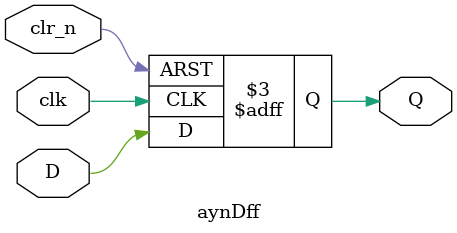
<source format=v>
module aynDff(D, clr_n, clk, Q);
	input D;
	input clr_n;
	input clk; 
	output reg Q;
	
	always @ (negedge clr_n or posedge clk) begin
		if(!clr_n) begin
				Q <= 0;
			end
		else Q <= D;
	end
endmodule 
</source>
